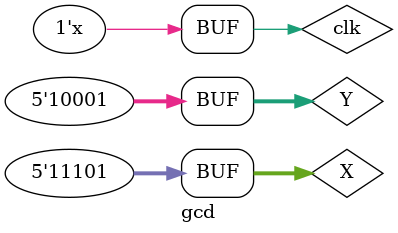
<source format=v>
`include "Data.v"
`include "Control.v"
`timescale 1ns/1ps

module gcd();
reg clk,reset;
reg [4:0] X,Y;
wire subtract,swap,select,loadx,loady,a,b,c;
wire [4:0] XR,YR,ZR,temp,Z;
initial begin
    $dumpfile("gcd.vcd");
    $dumpvars(0,gcd);
    clk = 0;
    X = 29; Y = 17;
end

always #5 clk = ~clk;

data u1(X,Y,Z,clk,reset,subtract,swap,select,loadx,loady,xgy,xg0,c2,a,b,XR,YR,ZR,temp);
control u2(clk,reset,subtract,swap,select,loadx,loady,xgy,xg0,a,b,c2);

endmodule
</source>
